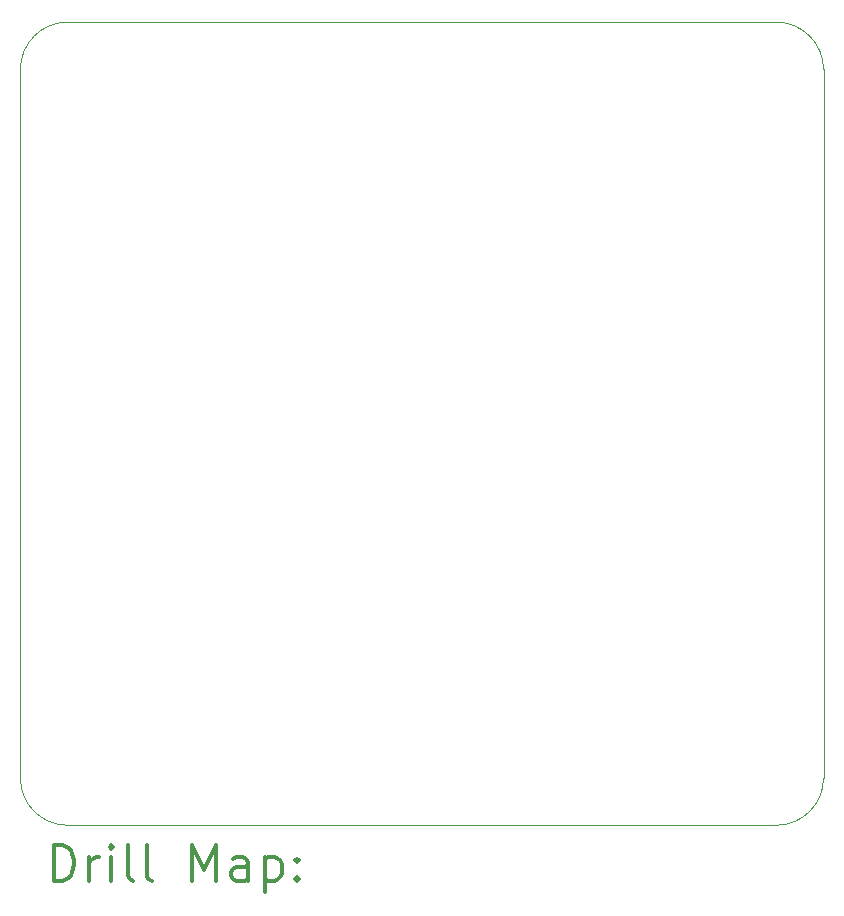
<source format=gbr>
%FSLAX45Y45*%
G04 Gerber Fmt 4.5, Leading zero omitted, Abs format (unit mm)*
G04 Created by KiCad (PCBNEW 5.1.6-1.fc32) date 2020-07-09 20:52:14*
%MOMM*%
%LPD*%
G01*
G04 APERTURE LIST*
%TA.AperFunction,Profile*%
%ADD10C,0.050000*%
%TD*%
%ADD11C,0.200000*%
%ADD12C,0.300000*%
G04 APERTURE END LIST*
D10*
X8500000Y-14900000D02*
X8500000Y-8900000D01*
X14900000Y-15300000D02*
X8900000Y-15300000D01*
X15300000Y-8900000D02*
X15300000Y-14900000D01*
X8900000Y-8500000D02*
X14900000Y-8500000D01*
X8500000Y-8900000D02*
G75*
G02*
X8900000Y-8500000I400000J0D01*
G01*
X8900000Y-15300000D02*
G75*
G02*
X8500000Y-14900000I0J400000D01*
G01*
X15300000Y-14900000D02*
G75*
G02*
X14900000Y-15300000I-400000J0D01*
G01*
X14900000Y-8500000D02*
G75*
G02*
X15300000Y-8900000I0J-400000D01*
G01*
D11*
D12*
X8783928Y-15768214D02*
X8783928Y-15468214D01*
X8855357Y-15468214D01*
X8898214Y-15482500D01*
X8926786Y-15511071D01*
X8941071Y-15539643D01*
X8955357Y-15596786D01*
X8955357Y-15639643D01*
X8941071Y-15696786D01*
X8926786Y-15725357D01*
X8898214Y-15753929D01*
X8855357Y-15768214D01*
X8783928Y-15768214D01*
X9083928Y-15768214D02*
X9083928Y-15568214D01*
X9083928Y-15625357D02*
X9098214Y-15596786D01*
X9112500Y-15582500D01*
X9141071Y-15568214D01*
X9169643Y-15568214D01*
X9269643Y-15768214D02*
X9269643Y-15568214D01*
X9269643Y-15468214D02*
X9255357Y-15482500D01*
X9269643Y-15496786D01*
X9283928Y-15482500D01*
X9269643Y-15468214D01*
X9269643Y-15496786D01*
X9455357Y-15768214D02*
X9426786Y-15753929D01*
X9412500Y-15725357D01*
X9412500Y-15468214D01*
X9612500Y-15768214D02*
X9583928Y-15753929D01*
X9569643Y-15725357D01*
X9569643Y-15468214D01*
X9955357Y-15768214D02*
X9955357Y-15468214D01*
X10055357Y-15682500D01*
X10155357Y-15468214D01*
X10155357Y-15768214D01*
X10426786Y-15768214D02*
X10426786Y-15611071D01*
X10412500Y-15582500D01*
X10383928Y-15568214D01*
X10326786Y-15568214D01*
X10298214Y-15582500D01*
X10426786Y-15753929D02*
X10398214Y-15768214D01*
X10326786Y-15768214D01*
X10298214Y-15753929D01*
X10283928Y-15725357D01*
X10283928Y-15696786D01*
X10298214Y-15668214D01*
X10326786Y-15653929D01*
X10398214Y-15653929D01*
X10426786Y-15639643D01*
X10569643Y-15568214D02*
X10569643Y-15868214D01*
X10569643Y-15582500D02*
X10598214Y-15568214D01*
X10655357Y-15568214D01*
X10683928Y-15582500D01*
X10698214Y-15596786D01*
X10712500Y-15625357D01*
X10712500Y-15711071D01*
X10698214Y-15739643D01*
X10683928Y-15753929D01*
X10655357Y-15768214D01*
X10598214Y-15768214D01*
X10569643Y-15753929D01*
X10841071Y-15739643D02*
X10855357Y-15753929D01*
X10841071Y-15768214D01*
X10826786Y-15753929D01*
X10841071Y-15739643D01*
X10841071Y-15768214D01*
X10841071Y-15582500D02*
X10855357Y-15596786D01*
X10841071Y-15611071D01*
X10826786Y-15596786D01*
X10841071Y-15582500D01*
X10841071Y-15611071D01*
M02*

</source>
